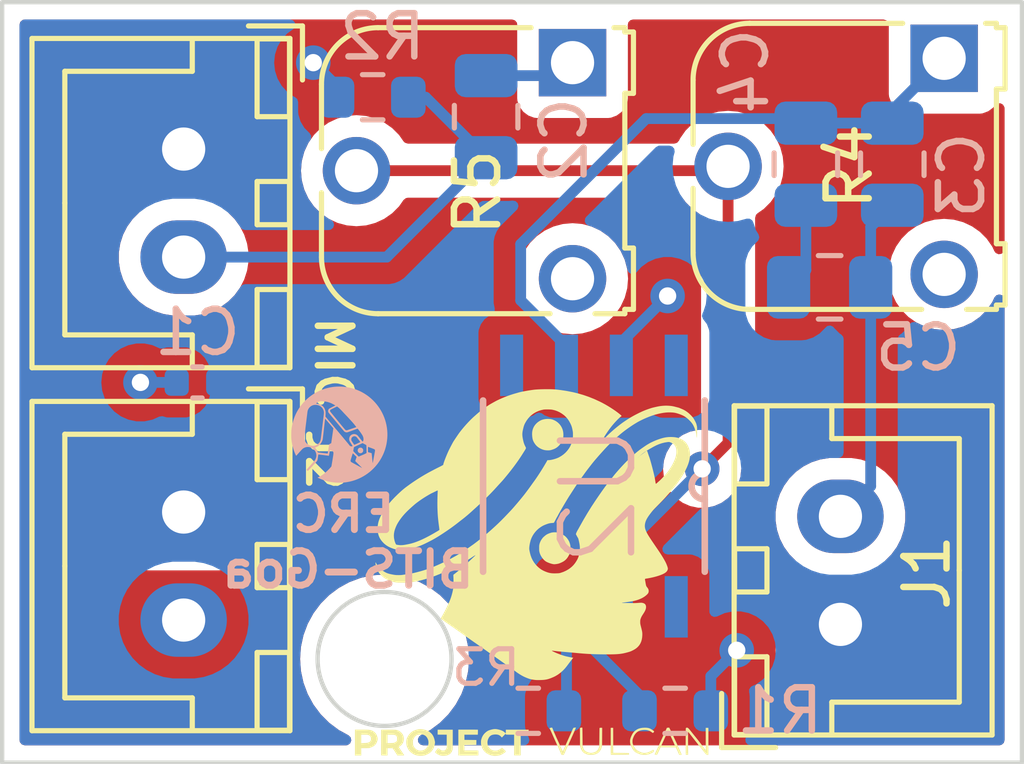
<source format=kicad_pcb>
(kicad_pcb (version 20240108) (generator "pcbnew") (generator_version "8.0")
  (title_block (title "Vulcan microphone") (date "2024-04-25") (rev "v01"))
  (layers (0 "F.Cu" signal) (31 "B.Cu" signal) (34 "B.Paste" user) (35 "F.Paste" user) (36 "B.SilkS" user "B.Silkscreen") (37 "F.SilkS" user "F.Silkscreen") (38 "B.Mask" user) (39 "F.Mask" user) (44 "Edge.Cuts" user))
  (net 0 "")
  (net 1 "GND")
  (net 2 "Net-(MK1-+)")
  (net 3 "Net-(C2-Pad2)")
  (net 4 "Net-(J1-Pin_2)")
  (net 5 "Net-(C3-Pad2)")
  (net 6 "Net-(R1-Pad2)")
  (net 7 "Net-(R4-Pad2)")
  (net 10 "+5V")
  (net 11 "Net-(C4-Pad1)")
  (footprint "Potentiometer_THT:Potentiometer_Runtron_RM-065_Vertical" (layer "F.Cu") (at 175.6 55.9 -90)
    (property "Reference" "R4" (at 2.5 2.2 90) (layer "F.SilkS"))
    (property "Value" "100K" (hide yes))
    (pad "1" thru_hole rect (at 0 0 270) (size 1.56 1.56) (drill 1) (layers "*.Cu" "*.Mask") (net 5 "Net-(C3-Pad2)"))
    (pad "2" thru_hole circle (at 2.5 5 270) (size 1.56 1.56) (drill 1) (layers "*.Cu" "*.Mask") (net 7 "Net-(R4-Pad2)"))
    (pad "3" thru_hole circle (at 5 0 270) (size 1.56 1.56) (drill 1) (layers "*.Cu" "*.Mask"))
  )
  (footprint "Potentiometer_THT:Potentiometer_Runtron_RM-065_Vertical" (layer "F.Cu") (at 167 56 -90)
    (property "Reference" "R5" (at 3 2.2 90) (layer "F.SilkS"))
    (property "Value" "1K" (hide yes))
    (pad "1" thru_hole rect (at 0 0 270) (size 1.56 1.56) (drill 1) (layers "*.Cu" "*.Mask") (net 3 "Net-(C2-Pad2)"))
    (pad "2" thru_hole circle (at 2.5 5 270) (size 1.56 1.56) (drill 1) (layers "*.Cu" "*.Mask") (net 7 "Net-(R4-Pad2)"))
    (pad "3" thru_hole circle (at 5 0 270) (size 1.56 1.56) (drill 1) (layers "*.Cu" "*.Mask"))
  )
  (footprint "vulcan:vulcan12x12" (layer "F.Cu") (at 166.2 68.100131)
    (property "Reference" "G***" (hide yes))
    (property "Value" "LOGO" (hide yes))
  )
  (footprint "Connector_JST:JST_XH_B2B-XH-A_1x02_P2.50mm_Vertical" (layer "F.Cu") (at 158 58 -90)
    (property "Reference" "MK1" (hide yes))
    (property "Value" "Microphone_Condenser" (hide yes))
    (pad "1" thru_hole roundrect (at 0 0 270) (size 1.7 2) (drill 1) (layers "*.Cu" "*.Mask") (roundrect_rratio 0.147059) (net 1 "GND"))
    (pad "2" thru_hole oval (at 2.5 0 270) (size 1.7 2) (drill 1) (layers "*.Cu" "*.Mask") (net 2 "Net-(MK1-+)"))
  )
  (footprint "Connector_JST:JST_XH_B2B-XH-A_1x02_P2.50mm_Vertical" (layer "F.Cu") (at 158 66.4 -90)
    (property "Reference" "J2" (hide yes))
    (property "Value" "Screw_Terminal_01x02" (hide yes))
    (pad "1" thru_hole roundrect (at 0 0 270) (size 1.7 2) (drill 1) (layers "*.Cu" "*.Mask") (roundrect_rratio 0.147059) (net 1 "GND"))
    (pad "2" thru_hole oval (at 2.5 0 270) (size 1.7 2) (drill 1) (layers "*.Cu" "*.Mask") (net 10 "+5V"))
  )
  (footprint "Connector_JST:JST_XH_B2B-XH-A_1x02_P2.50mm_Vertical" (layer "F.Cu") (at 173.2 69 90)
    (property "Reference" "J1" (at 1.2 2 90) (layer "F.SilkS"))
    (property "Value" "Screw_Terminal_01x02" (hide yes))
    (pad "1" thru_hole roundrect (at 0 0 90) (size 1.7 2) (drill 1) (layers "*.Cu" "*.Mask") (roundrect_rratio 0.147059) (net 1 "GND"))
    (pad "2" thru_hole oval (at 2.5 0 90) (size 1.7 2) (drill 1) (layers "*.Cu" "*.Mask") (net 4 "Net-(J1-Pin_2)"))
  )
  (footprint "UA741CDT:SOIC127P600X175-8N" (layer "B.Cu") (at 167.495 65.8 90)
    (property "Reference" "U2" (at -0.2 0.105 90) (layer "B.SilkS") (effects (font (size 1.644882 1.644882)) (justify mirror)))
    (property "Value" "UA741" (hide yes))
    (pad "1" smd rect (at -2.794 1.905 90) (size 1.4224 0.5334) (layers "B.Cu" "B.Paste" "B.Mask"))
    (pad "2" smd rect (at -2.794 0.635 90) (size 1.4224 0.5334) (layers "B.Cu" "B.Paste" "B.Mask") (net 7 "Net-(R4-Pad2)"))
    (pad "3" smd rect (at -2.794 -0.635 90) (size 1.4224 0.5334) (layers "B.Cu" "B.Paste" "B.Mask") (net 6 "Net-(R1-Pad2)"))
    (pad "4" smd rect (at -2.794 -1.905 90) (size 1.4224 0.5334) (layers "B.Cu" "B.Paste" "B.Mask") (net 1 "GND"))
    (pad "5" smd rect (at 2.794 -1.905 90) (size 1.4224 0.5334) (layers "B.Cu" "B.Paste" "B.Mask"))
    (pad "6" smd rect (at 2.794 -0.635 90) (size 1.4224 0.5334) (layers "B.Cu" "B.Paste" "B.Mask") (net 5 "Net-(C3-Pad2)"))
    (pad "7" smd rect (at 2.794 0.635 90) (size 1.4224 0.5334) (layers "B.Cu" "B.Paste" "B.Mask") (net 10 "+5V"))
    (pad "8" smd rect (at 2.794 1.905 90) (size 1.4224 0.5334) (layers "B.Cu" "B.Paste" "B.Mask"))
  )
  (footprint "Resistor_SMD:R_0603_1608Metric" (layer "B.Cu") (at 165.975 71 180)
    (property "Reference" "R3" (at 0.975 1 0) (layer "B.SilkS") (effects (font (size 0.8 0.8) (thickness 0.12)) (justify mirror)))
    (property "Value" "10K" (hide yes))
    (pad "1" smd roundrect (at -0.825 0 180) (size 0.8 0.95) (layers "B.Cu" "B.Paste" "B.Mask") (net 6 "Net-(R1-Pad2)"))
    (pad "2" smd roundrect (at 0.825 0 180) (size 0.8 0.95) (layers "B.Cu" "B.Paste" "B.Mask") (net 1 "GND"))
  )
  (footprint "Resistor_SMD:R_0603_1608Metric" (layer "B.Cu") (at 169.375 71 180)
    (property "Reference" "R1" (at -2.425 0 0) (layer "B.SilkS") (effects (justify mirror)))
    (property "Value" "10K" (hide yes))
    (pad "1" smd roundrect (at -0.825 0 180) (size 0.8 0.95) (layers "B.Cu" "B.Paste" "B.Mask") (net 10 "+5V"))
    (pad "2" smd roundrect (at 0.825 0 180) (size 0.8 0.95) (layers "B.Cu" "B.Paste" "B.Mask") (net 6 "Net-(R1-Pad2)"))
  )
  (footprint "erc_logo_footprint:erc_logo_3mmx3mm" (layer "B.Cu") (at 161.8 64.6 180)
    (property "Reference" "G***" (hide yes))
    (property "Value" "LOGO" (hide yes))
  )
  (footprint "Capacitor_SMD:C_0402_1005Metric" (layer "B.Cu") (at 158.32 63.4 180)
    (property "Reference" "C1" (at 0 1.16 0) (layer "B.SilkS") (effects (justify mirror)))
    (property "Value" "100nF" (hide yes))
    (pad "1" smd roundrect (at -0.48 0 180) (size 0.56 0.62) (layers "B.Cu" "B.Paste" "B.Mask") (net 1 "GND"))
    (pad "2" smd roundrect (at 0.48 0 180) (size 0.56 0.62) (layers "B.Cu" "B.Paste" "B.Mask") (net 10 "+5V"))
  )
  (footprint "Capacitor_SMD:C_0805_2012Metric" (layer "B.Cu") (at 165 57.25 90)
    (property "Reference" "C2" (at -0.55 1.8 -90) (layer "B.SilkS") (effects (justify mirror)))
    (property "Value" "10uF" (hide yes))
    (pad "1" smd roundrect (at -0.95 0 90) (size 1 1.45) (layers "B.Cu" "B.Paste" "B.Mask") (net 2 "Net-(MK1-+)"))
    (pad "2" smd roundrect (at 0.95 0 90) (size 1 1.45) (layers "B.Cu" "B.Paste" "B.Mask") (net 3 "Net-(C2-Pad2)"))
  )
  (footprint "Capacitor_SMD:C_0805_2012Metric" (layer "B.Cu") (at 174.4 58.35 90)
    (property "Reference" "C3" (at -0.25 1.6 90) (layer "B.SilkS") (effects (justify mirror)))
    (property "Value" "4.7uF" (hide yes))
    (pad "1" smd roundrect (at -0.95 0 90) (size 1 1.45) (layers "B.Cu" "B.Paste" "B.Mask") (net 4 "Net-(J1-Pin_2)"))
    (pad "2" smd roundrect (at 0.95 0 90) (size 1 1.45) (layers "B.Cu" "B.Paste" "B.Mask") (net 5 "Net-(C3-Pad2)"))
  )
  (footprint "Capacitor_SMD:C_0805_2012Metric" (layer "B.Cu") (at 172.4 58.35 90)
    (property "Reference" "C4" (at 2.15 -1.4 90) (layer "B.SilkS") (effects (justify mirror)))
    (property "Value" "10uF" (hide yes))
    (pad "1" smd roundrect (at -0.95 0 90) (size 1 1.45) (layers "B.Cu" "B.Paste" "B.Mask") (net 11 "Net-(C4-Pad1)"))
    (pad "2" smd roundrect (at 0.95 0 90) (size 1 1.45) (layers "B.Cu" "B.Paste" "B.Mask") (net 5 "Net-(C3-Pad2)"))
  )
  (footprint "Resistor_SMD:R_0603_1608Metric" (layer "B.Cu") (at 162.375 56.8)
    (property "Reference" "R2" (at 0.225 -1.4 0) (layer "B.SilkS") (effects (justify mirror)))
    (property "Value" "10K" (hide yes))
    (pad "1" smd roundrect (at -0.825 0) (size 0.8 0.95) (layers "B.Cu" "B.Paste" "B.Mask") (net 10 "+5V"))
    (pad "2" smd roundrect (at 0.825 0) (size 0.8 0.95) (layers "B.Cu" "B.Paste" "B.Mask") (net 2 "Net-(MK1-+)"))
  )
  (footprint "Capacitor_SMD:C_0805_2012Metric" (layer "B.Cu") (at 172.95 61.2 180)
    (property "Reference" "C5" (at -2.05 -1.4 0) (layer "B.SilkS") (effects (justify mirror)))
    (property "Value" "4.7uF" (hide yes))
    (pad "1" smd roundrect (at -0.95 0 180) (size 1 1.45) (layers "B.Cu" "B.Paste" "B.Mask") (net 4 "Net-(J1-Pin_2)"))
    (pad "2" smd roundrect (at 0.95 0 180) (size 1 1.45) (layers "B.Cu" "B.Paste" "B.Mask") (net 11 "Net-(C4-Pad1)"))
  )
  (gr_rect (start 153.8 54.6) (end 177.4 72.2) (stroke (width 0.1)) (fill none) (layer "Edge.Cuts"))
  (gr_circle (center 162.65 69.8) (end 164.2 69.8) (stroke (width 0.1)) (fill none) (layer "Edge.Cuts"))
  (gr_text "   ERC\nBITS-Goa" (at 164.8 68.2 0) (layer "B.SilkS") (effects (font (size 0.8 0.8) (thickness 0.16) (bold yes)) (justify left bottom mirror)))
  (gr_text "MIC\n" (at 161 61.8 270) (layer "F.SilkS") (effects (font (size 0.8 0.8)) (justify left bottom)))
  (gr_text "J2" (at 160.8 64.4 270) (layer "F.SilkS") (effects (font (size 0.8 0.8)) (justify left bottom)))
  (segment (start 163.6 56.8) (end 165 58.2) (width 0.25) (layer "B.Cu") (net 2))
  (segment (start 158 60.5) (end 162.7 60.5) (width 0.25) (layer "B.Cu") (net 2))
  (segment (start 162.7 60.5) (end 165 58.2) (width 0.25) (layer "B.Cu") (net 2))
  (segment (start 163.2 56.8) (end 163.6 56.8) (width 0.25) (layer "B.Cu") (net 2))
  (segment (start 165 56.3) (end 166.7 56.3) (width 0.25) (layer "B.Cu") (net 3))
  (segment (start 166.7 56.3) (end 167 56) (width 0.25) (layer "B.Cu") (net 3))
  (segment (start 173.9 65.8) (end 173.2 66.5) (width 0.25) (layer "B.Cu") (net 4))
  (segment (start 173.9 61.2) (end 173.9 59.8) (width 0.25) (layer "B.Cu") (net 4))
  (segment (start 173.9 61.2) (end 173.9 65.8) (width 0.25) (layer "B.Cu") (net 4))
  (segment (start 173.9 59.8) (end 174.4 59.3) (width 0.25) (layer "B.Cu") (net 4))
  (segment (start 172.4 57.4) (end 174.4 57.4) (width 0.25) (layer "B.Cu") (net 5))
  (segment (start 166.86 62.5615) (end 165.8 61.5015) (width 0.25) (layer "B.Cu") (net 5))
  (segment (start 174.4 57.4) (end 174.4 57.1) (width 0.25) (layer "B.Cu") (net 5))
  (segment (start 174.4 57.1) (end 175.6 55.9) (width 0.25) (layer "B.Cu") (net 5))
  (segment (start 165.8 60.2) (end 168.705 57.295) (width 0.25) (layer "B.Cu") (net 5))
  (segment (start 168.705 57.295) (end 172.295 57.295) (width 0.25) (layer "B.Cu") (net 5))
  (segment (start 172.295 57.295) (end 172.4 57.4) (width 0.25) (layer "B.Cu") (net 5))
  (segment (start 165.8 61.5015) (end 165.8 60.2) (width 0.25) (layer "B.Cu") (net 5))
  (segment (start 166.86 63.006) (end 166.86 62.5615) (width 0.25) (layer "B.Cu") (net 5))
  (segment (start 168.55 70.6419) (end 168.55 71) (width 0.25) (layer "B.Cu") (net 6))
  (segment (start 166.86 68.594) (end 166.86 68.9519) (width 0.25) (layer "B.Cu") (net 6))
  (segment (start 166.86 70.94) (end 166.8 71) (width 0.25) (layer "B.Cu") (net 6))
  (segment (start 166.86 68.594) (end 166.86 70.94) (width 0.25) (layer "B.Cu") (net 6))
  (segment (start 166.86 68.9519) (end 168.55 70.6419) (width 0.25) (layer "B.Cu") (net 6))
  (segment (start 170.5 58.5) (end 170.6 58.4) (width 0.25) (layer "F.Cu") (net 7))
  (segment (start 170.6 64.8) (end 170.6 58.4) (width 0.25) (layer "F.Cu") (net 7))
  (segment (start 170 65.4) (end 170.6 64.8) (width 0.25) (layer "F.Cu") (net 7))
  (segment (start 162 58.5) (end 170.5 58.5) (width 0.25) (layer "F.Cu") (net 7))
  (via (at 170 65.4) (size 0.8) (drill 0.4) (layers "F.Cu" "B.Cu") (net 7))
  (segment (start 168.13 67.27) (end 170 65.4) (width 0.25) (layer "B.Cu") (net 7))
  (segment (start 168.13 68.594) (end 168.13 67.27) (width 0.25) (layer "B.Cu") (net 7))
  (via (at 169.2 61.4) (size 0.8) (drill 0.4) (layers "F.Cu" "B.Cu") (net 10))
  (via (at 157 63.4) (size 0.8) (drill 0.4) (layers "F.Cu" "B.Cu") (net 10))
  (via (at 170.8 69.6) (size 0.8) (drill 0.4) (layers "F.Cu" "B.Cu") (net 10))
  (via (at 161 56) (size 0.8) (drill 0.4) (layers "F.Cu" "B.Cu") (net 10))
  (segment (start 157.84 63.4) (end 157 63.4) (width 0.25) (layer "B.Cu") (net 10))
  (segment (start 168.13 63.006) (end 168.13 62.47) (width 0.25) (layer "B.Cu") (net 10))
  (segment (start 170.2 71) (end 170.2 70.2) (width 0.25) (layer "B.Cu") (net 10))
  (segment (start 161 56) (end 161.55 56.55) (width 0.25) (layer "B.Cu") (net 10))
  (segment (start 170.2 70.2) (end 170.8 69.6) (width 0.25) (layer "B.Cu") (net 10))
  (segment (start 168.13 62.47) (end 169.2 61.4) (width 0.25) (layer "B.Cu") (net 10))
  (segment (start 161.55 56.55) (end 161.55 56.8) (width 0.25) (layer "B.Cu") (net 10))
  (segment (start 172.4 60.8) (end 172 61.2) (width 0.25) (layer "B.Cu") (net 11))
  (segment (start 172.4 59.3) (end 172.4 60.8) (width 0.25) (layer "B.Cu") (net 11))
  (zone (net 10) (net_name "+5V") (layer "F.Cu") (connect_pads yes (clearance 0.5)) (min_thickness 0.25) (fill yes (thermal_gap 0.5) (thermal_bridge_width 0.5))
    (polygon (pts (xy 153.8 54.6) (xy 177.4 54.6) (xy 177.4 72.2) (xy 153.8 72.2)))
  )
  (zone (net 1) (net_name "GND") (layer "B.Cu") (priority 1) (connect_pads yes (clearance 0.5)) (min_thickness 0.25) (fill yes (thermal_gap 0.5) (thermal_bridge_width 0.5))
    (polygon (pts (xy 153.8 54.6) (xy 177.4 54.6) (xy 177.4 72.2) (xy 153.8 72.2)))
  )
)
</source>
